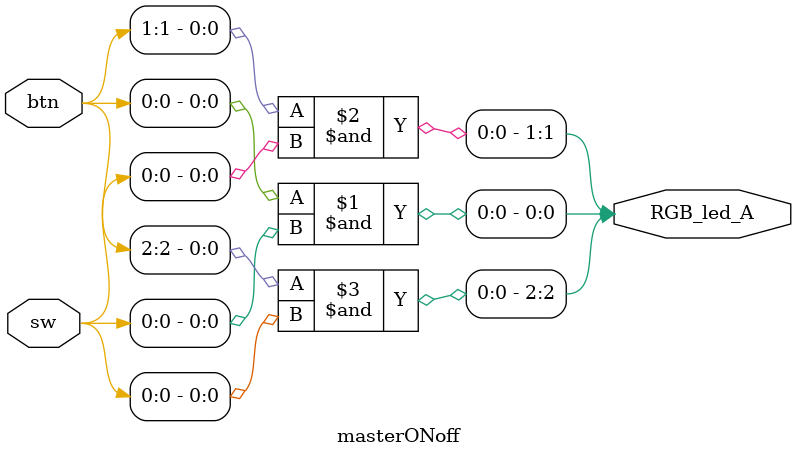
<source format=v>
`timescale 1ns / 1ps

module masterONoff(
    input [0:3] btn,
    input [0:11] sw,
    output [0:2] RGB_led_A
    );

assign RGB_led_A[0] = btn[0] & sw[0];    
assign RGB_led_A[1] = btn[1] & sw[0];    
assign RGB_led_A[2] = btn[2] & sw[0];    

endmodule


</source>
